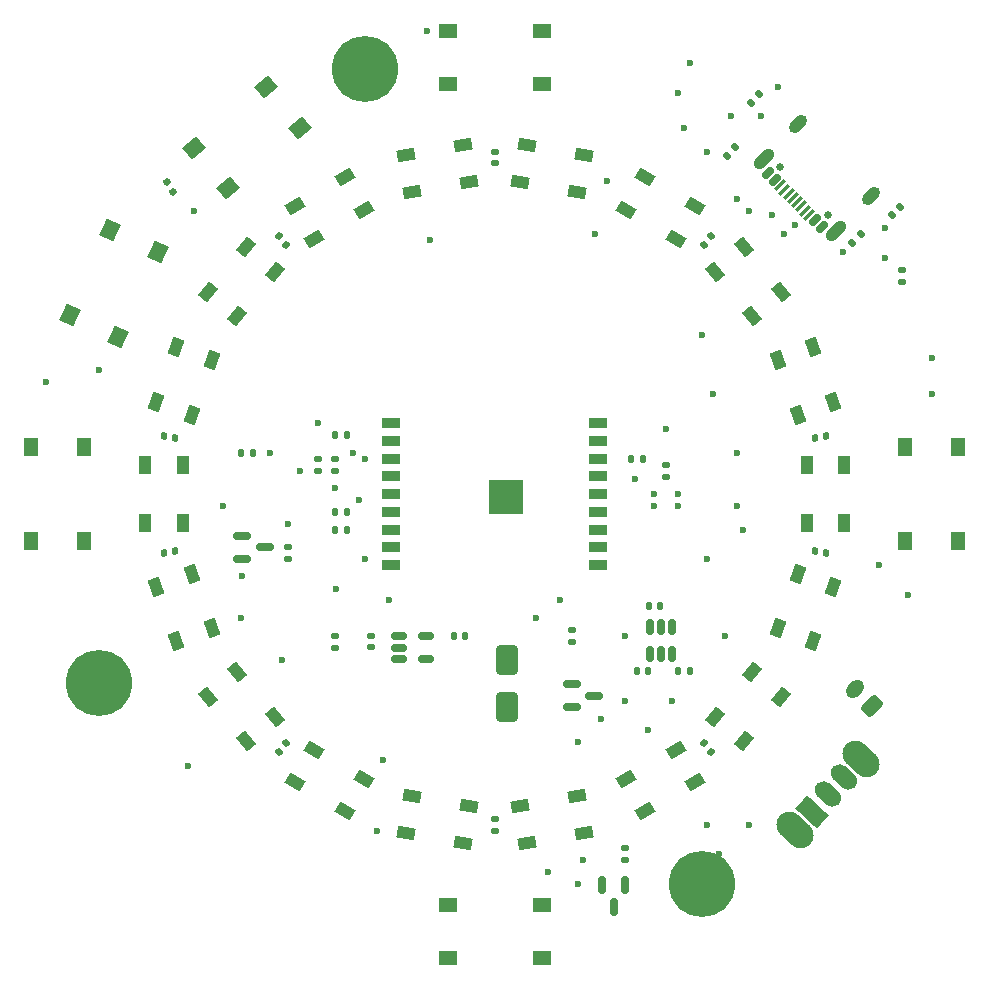
<source format=gts>
G04 #@! TF.GenerationSoftware,KiCad,Pcbnew,9.0.0*
G04 #@! TF.CreationDate,2025-03-23T20:11:35+01:00*
G04 #@! TF.ProjectId,PCB Board,50434220-426f-4617-9264-2e6b69636164,rev?*
G04 #@! TF.SameCoordinates,Original*
G04 #@! TF.FileFunction,Soldermask,Top*
G04 #@! TF.FilePolarity,Negative*
%FSLAX46Y46*%
G04 Gerber Fmt 4.6, Leading zero omitted, Abs format (unit mm)*
G04 Created by KiCad (PCBNEW 9.0.0) date 2025-03-23 20:11:35*
%MOMM*%
%LPD*%
G01*
G04 APERTURE LIST*
G04 Aperture macros list*
%AMRoundRect*
0 Rectangle with rounded corners*
0 $1 Rounding radius*
0 $2 $3 $4 $5 $6 $7 $8 $9 X,Y pos of 4 corners*
0 Add a 4 corners polygon primitive as box body*
4,1,4,$2,$3,$4,$5,$6,$7,$8,$9,$2,$3,0*
0 Add four circle primitives for the rounded corners*
1,1,$1+$1,$2,$3*
1,1,$1+$1,$4,$5*
1,1,$1+$1,$6,$7*
1,1,$1+$1,$8,$9*
0 Add four rect primitives between the rounded corners*
20,1,$1+$1,$2,$3,$4,$5,0*
20,1,$1+$1,$4,$5,$6,$7,0*
20,1,$1+$1,$6,$7,$8,$9,0*
20,1,$1+$1,$8,$9,$2,$3,0*%
%AMHorizOval*
0 Thick line with rounded ends*
0 $1 width*
0 $2 $3 position (X,Y) of the first rounded end (center of the circle)*
0 $4 $5 position (X,Y) of the second rounded end (center of the circle)*
0 Add line between two ends*
20,1,$1,$2,$3,$4,$5,0*
0 Add two circle primitives to create the rounded ends*
1,1,$1,$2,$3*
1,1,$1,$4,$5*%
%AMRotRect*
0 Rectangle, with rotation*
0 The origin of the aperture is its center*
0 $1 length*
0 $2 width*
0 $3 Rotation angle, in degrees counterclockwise*
0 Add horizontal line*
21,1,$1,$2,0,0,$3*%
G04 Aperture macros list end*
%ADD10RoundRect,0.140000X0.040237X-0.216520X0.220218X-0.002028X-0.040237X0.216520X-0.220218X0.002028X0*%
%ADD11RoundRect,0.135000X0.035355X-0.226274X0.226274X-0.035355X-0.035355X0.226274X-0.226274X0.035355X0*%
%ADD12RoundRect,0.135000X0.185000X-0.135000X0.185000X0.135000X-0.185000X0.135000X-0.185000X-0.135000X0*%
%ADD13RoundRect,0.140000X0.108353X0.191728X-0.167393X0.143107X-0.108353X-0.191728X0.167393X-0.143107X0*%
%ADD14RotRect,1.500000X1.000000X30.000000*%
%ADD15RoundRect,0.135000X-0.035355X0.226274X-0.226274X0.035355X0.035355X-0.226274X0.226274X-0.035355X0*%
%ADD16R,1.300000X1.550000*%
%ADD17RoundRect,0.135000X0.135000X0.185000X-0.135000X0.185000X-0.135000X-0.185000X0.135000X-0.185000X0*%
%ADD18RoundRect,0.250000X0.650000X-1.000000X0.650000X1.000000X-0.650000X1.000000X-0.650000X-1.000000X0*%
%ADD19RoundRect,0.135000X-0.185000X0.135000X-0.185000X-0.135000X0.185000X-0.135000X0.185000X0.135000X0*%
%ADD20RoundRect,0.140000X0.170000X-0.140000X0.170000X0.140000X-0.170000X0.140000X-0.170000X-0.140000X0*%
%ADD21RoundRect,0.140000X-0.167393X-0.143107X0.108353X-0.191728X0.167393X0.143107X-0.108353X0.191728X0*%
%ADD22RotRect,1.500000X1.000000X150.000000*%
%ADD23RotRect,1.500000X1.000000X130.000000*%
%ADD24RoundRect,0.150000X-0.587500X-0.150000X0.587500X-0.150000X0.587500X0.150000X-0.587500X0.150000X0*%
%ADD25C,3.600000*%
%ADD26C,5.600000*%
%ADD27RoundRect,0.140000X-0.170000X0.140000X-0.170000X-0.140000X0.170000X-0.140000X0.170000X0.140000X0*%
%ADD28RoundRect,0.140000X0.167393X0.143107X-0.108353X0.191728X-0.167393X-0.143107X0.108353X-0.191728X0*%
%ADD29RoundRect,0.135000X-0.135000X-0.185000X0.135000X-0.185000X0.135000X0.185000X-0.135000X0.185000X0*%
%ADD30RotRect,1.500000X1.000000X230.000000*%
%ADD31RotRect,1.500000X1.000000X110.000000*%
%ADD32RotRect,1.500000X1.000000X290.000000*%
%ADD33RotRect,1.550000X1.300000X220.000000*%
%ADD34RoundRect,0.250000X0.689429X0.194454X0.194454X0.689429X-0.689429X-0.194454X-0.194454X-0.689429X0*%
%ADD35HorizOval,1.200000X0.194454X0.194454X-0.194454X-0.194454X0*%
%ADD36RotRect,1.500000X1.000000X170.000000*%
%ADD37R,1.500000X0.900000*%
%ADD38C,0.600000*%
%ADD39R,2.900000X2.900000*%
%ADD40RotRect,1.500000X1.000000X250.000000*%
%ADD41RotRect,1.500000X1.000000X50.000000*%
%ADD42RoundRect,0.140000X-0.220218X-0.002028X-0.040237X-0.216520X0.220218X0.002028X0.040237X0.216520X0*%
%ADD43R,1.550000X1.300000*%
%ADD44RoundRect,0.150000X-0.150000X0.512500X-0.150000X-0.512500X0.150000X-0.512500X0.150000X0.512500X0*%
%ADD45RoundRect,0.140000X-0.140000X-0.170000X0.140000X-0.170000X0.140000X0.170000X-0.140000X0.170000X0*%
%ADD46RoundRect,0.140000X-0.040237X0.216520X-0.220218X0.002028X0.040237X-0.216520X0.220218X-0.002028X0*%
%ADD47HorizOval,2.200000X-0.475380X0.443299X0.475380X-0.443299X0*%
%ADD48RotRect,1.500000X2.500000X47.000000*%
%ADD49HorizOval,1.500000X-0.365677X0.340999X0.365677X-0.340999X0*%
%ADD50RoundRect,0.150000X-0.512500X-0.150000X0.512500X-0.150000X0.512500X0.150000X-0.512500X0.150000X0*%
%ADD51RoundRect,0.147500X0.017678X-0.226274X0.226274X-0.017678X-0.017678X0.226274X-0.226274X0.017678X0*%
%ADD52RoundRect,0.140000X-0.219557X0.017173X-0.058955X-0.212189X0.219557X-0.017173X0.058955X0.212189X0*%
%ADD53RotRect,1.500000X1.000000X10.000000*%
%ADD54C,0.650000*%
%ADD55RoundRect,0.150000X0.406586X0.194454X0.194454X0.406586X-0.406586X-0.194454X-0.194454X-0.406586X0*%
%ADD56RoundRect,0.075000X0.406586X0.300520X0.300520X0.406586X-0.406586X-0.300520X-0.300520X-0.406586X0*%
%ADD57HorizOval,1.000000X0.388909X0.388909X-0.388909X-0.388909X0*%
%ADD58HorizOval,1.000000X0.282843X0.282843X-0.282843X-0.282843X0*%
%ADD59RotRect,1.500000X1.000000X190.000000*%
%ADD60RotRect,1.500000X1.000000X350.000000*%
%ADD61RoundRect,0.150000X-0.150000X0.587500X-0.150000X-0.587500X0.150000X-0.587500X0.150000X0.587500X0*%
%ADD62RoundRect,0.140000X0.140000X0.170000X-0.140000X0.170000X-0.140000X-0.170000X0.140000X-0.170000X0*%
%ADD63RoundRect,0.140000X0.220218X0.002028X0.040237X0.216520X-0.220218X-0.002028X-0.040237X-0.216520X0*%
%ADD64RotRect,1.500000X1.000000X70.000000*%
%ADD65RotRect,1.500000X1.000000X210.000000*%
%ADD66R,1.000000X1.500000*%
%ADD67RotRect,1.500000X1.000000X330.000000*%
%ADD68RotRect,1.550000X1.300000X65.000000*%
%ADD69RoundRect,0.140000X-0.108353X-0.191728X0.167393X-0.143107X0.108353X0.191728X-0.167393X0.143107X0*%
%ADD70RotRect,1.500000X1.000000X310.000000*%
G04 APERTURE END LIST*
D10*
X46293409Y-85716945D03*
X46910485Y-84981543D03*
D11*
X94878752Y-42621248D03*
X95600000Y-41900000D03*
D12*
X79090000Y-62410000D03*
X79090000Y-61390000D03*
D13*
X92647324Y-58954500D03*
X91701910Y-59121202D03*
D14*
X53521762Y-39811930D03*
X51921762Y-37040648D03*
X47678238Y-39490648D03*
X49278238Y-42261930D03*
D15*
X84960624Y-34539376D03*
X84239376Y-35260624D03*
D16*
X25350000Y-67880000D03*
X25350000Y-59920000D03*
X29850000Y-67880000D03*
X29850000Y-59920000D03*
D17*
X77110000Y-60900000D03*
X76090000Y-60900000D03*
D18*
X65600000Y-81900000D03*
X65600000Y-77900000D03*
D19*
X99100000Y-44890000D03*
X99100000Y-45910000D03*
D20*
X64600000Y-92380000D03*
X64600000Y-91420000D03*
D21*
X36552675Y-58954500D03*
X37498091Y-59121202D03*
D22*
X49278238Y-85538070D03*
X47678238Y-88309352D03*
X51921762Y-90759352D03*
X53521762Y-87988070D03*
D23*
X42801597Y-78992784D03*
X40350255Y-81049704D03*
X43499915Y-84803322D03*
X45951257Y-82746402D03*
D24*
X43225000Y-67450000D03*
X43225000Y-69350000D03*
X45100000Y-68400000D03*
D25*
X31100000Y-79900000D03*
D26*
X31100000Y-79900000D03*
D27*
X64620000Y-34920000D03*
X64620000Y-35880000D03*
D19*
X51100000Y-60890000D03*
X51100000Y-61910000D03*
D28*
X92647325Y-68845500D03*
X91701909Y-68678798D03*
D29*
X51090000Y-66900000D03*
X52110000Y-66900000D03*
D30*
X83248743Y-82746402D03*
X85700085Y-84803322D03*
X88849745Y-81049704D03*
X86398403Y-78992784D03*
D31*
X38954166Y-70627084D03*
X35947149Y-71721550D03*
X37623048Y-76326044D03*
X40630065Y-75231578D03*
D32*
X90245834Y-57172916D03*
X93252851Y-56078450D03*
X91576952Y-51473956D03*
X88569935Y-52568422D03*
D12*
X47100000Y-69410000D03*
X47100000Y-68390000D03*
D33*
X48095129Y-32900000D03*
X41997415Y-38016590D03*
X45202585Y-29452800D03*
X39104871Y-34569390D03*
D16*
X103850000Y-59920000D03*
X103850000Y-67880000D03*
X99350000Y-59920000D03*
X99350000Y-67880000D03*
D34*
X96514214Y-81814214D03*
D35*
X95100000Y-80400000D03*
D36*
X57602909Y-89473486D03*
X57047235Y-92624872D03*
X61872793Y-93475748D03*
X62428467Y-90324362D03*
D37*
X55850000Y-57900000D03*
X55850000Y-59400000D03*
X55850000Y-60900000D03*
X55850000Y-62400000D03*
X55850000Y-63900000D03*
X55850000Y-65400000D03*
X55850000Y-66900000D03*
X55850000Y-68400000D03*
X55850000Y-69900000D03*
X73350000Y-69900000D03*
X73350000Y-68400000D03*
X73350000Y-66900000D03*
X73350000Y-65400000D03*
X73350000Y-63900000D03*
X73350000Y-62400000D03*
X73350000Y-60900000D03*
X73350000Y-59400000D03*
X73350000Y-57900000D03*
D38*
X64460000Y-63550000D03*
X64460000Y-64650000D03*
X65010000Y-63000000D03*
X65010000Y-64100000D03*
X65010000Y-65200000D03*
X65560000Y-63550000D03*
D39*
X65560000Y-64100000D03*
D38*
X65560000Y-64650000D03*
X66110000Y-63000000D03*
X66110000Y-64100000D03*
X66110000Y-65200000D03*
X66660000Y-63550000D03*
X66660000Y-64650000D03*
D40*
X88569935Y-75231579D03*
X91576951Y-76326043D03*
X93252851Y-71721549D03*
X90245835Y-70627085D03*
D24*
X71100000Y-80000000D03*
X71100000Y-81900000D03*
X72975000Y-80950000D03*
D17*
X52110000Y-58900000D03*
X51090000Y-58900000D03*
D41*
X45951257Y-45053598D03*
X43499915Y-42996678D03*
X40350255Y-46750296D03*
X42801597Y-48807216D03*
D42*
X46293409Y-42083055D03*
X46910485Y-42818457D03*
D43*
X68580000Y-103150000D03*
X60620000Y-103150000D03*
X68580000Y-98650000D03*
X60620000Y-98650000D03*
D44*
X79600000Y-75125000D03*
X78650000Y-75125000D03*
X77700000Y-75125000D03*
X77700000Y-77400000D03*
X78650000Y-77400000D03*
X79600000Y-77400000D03*
D45*
X61140000Y-75900000D03*
X62100000Y-75900000D03*
D25*
X82100000Y-96900000D03*
D26*
X82100000Y-96900000D03*
D12*
X49600000Y-61910000D03*
X49600000Y-60890000D03*
D46*
X82906591Y-42083055D03*
X82289515Y-42818457D03*
D20*
X54100000Y-76880000D03*
X54100000Y-75920000D03*
D47*
X90037862Y-92305900D03*
X95630248Y-86308800D03*
D48*
X91470058Y-90770058D03*
D49*
X92834054Y-89307349D03*
X94198051Y-87844643D03*
D50*
X56462500Y-75950000D03*
X56462500Y-76900000D03*
X56462500Y-77850000D03*
X58737500Y-77850000D03*
X58737500Y-75950000D03*
D51*
X86257053Y-30742947D03*
X86942947Y-30057053D03*
D52*
X36824683Y-37506807D03*
X37375317Y-38293193D03*
D53*
X62428467Y-37475637D03*
X61872793Y-34324253D03*
X57047235Y-35175129D03*
X57602909Y-38326513D03*
D12*
X51100000Y-76910000D03*
X51100000Y-75890000D03*
D54*
X92801525Y-40285552D03*
X88714448Y-36198475D03*
D55*
X92260589Y-41264895D03*
X91694903Y-40699209D03*
D56*
X90881731Y-39886036D03*
X90174624Y-39178930D03*
X89821070Y-38825376D03*
X89113964Y-38118269D03*
D55*
X88300791Y-37305097D03*
X87735105Y-36739411D03*
X87735105Y-36739411D03*
X88300791Y-37305097D03*
D56*
X88760410Y-37764716D03*
X89467517Y-38471823D03*
X90528177Y-39532483D03*
X91235284Y-40239590D03*
D55*
X91694903Y-40699209D03*
X92260589Y-41264895D03*
D57*
X93459135Y-41650268D03*
D58*
X96414841Y-38694562D03*
D57*
X87349732Y-35540865D03*
D58*
X90305438Y-32585159D03*
D17*
X81100000Y-78900000D03*
X80080000Y-78900000D03*
D45*
X77640000Y-73400000D03*
X78600000Y-73400000D03*
D19*
X75600000Y-93890000D03*
X75600000Y-94910000D03*
D59*
X66771533Y-90324363D03*
X67327207Y-93475747D03*
X72152765Y-92624871D03*
X71597091Y-89473487D03*
D60*
X71597091Y-38326513D03*
X72152765Y-35175129D03*
X67327207Y-34324253D03*
X66771533Y-37475637D03*
D29*
X51080000Y-65400000D03*
X52100000Y-65400000D03*
D61*
X75600000Y-96962500D03*
X73700000Y-96962500D03*
X74650000Y-98837500D03*
D62*
X77600000Y-78900000D03*
X76640000Y-78900000D03*
D63*
X82906591Y-85716945D03*
X82289515Y-84981543D03*
D64*
X40630065Y-52568421D03*
X37623048Y-51473957D03*
X35947149Y-56078451D03*
X38954166Y-57172915D03*
D65*
X75678238Y-87988070D03*
X77278238Y-90759352D03*
X81521762Y-88309352D03*
X79921762Y-85538070D03*
D66*
X38200000Y-61450000D03*
X35000000Y-61450000D03*
X35000000Y-66350000D03*
X38200000Y-66350000D03*
D17*
X44100000Y-60400000D03*
X43080000Y-60400000D03*
D25*
X53600000Y-27900000D03*
D26*
X53600000Y-27900000D03*
D12*
X71100000Y-76410000D03*
X71100000Y-75390000D03*
D51*
X98257053Y-40242947D03*
X98942947Y-39557053D03*
D66*
X91000000Y-66350000D03*
X94200000Y-66350000D03*
X94200000Y-61450000D03*
X91000000Y-61450000D03*
D67*
X79921762Y-42261930D03*
X81521762Y-39490648D03*
X77278238Y-37040648D03*
X75678238Y-39811930D03*
D68*
X28657576Y-48712428D03*
X32021616Y-41498218D03*
X32735960Y-50614210D03*
X36100000Y-43400000D03*
D69*
X36552675Y-68845500D03*
X37498091Y-68678798D03*
D43*
X60620000Y-24650000D03*
X68580000Y-24650000D03*
X60620000Y-29150000D03*
X68580000Y-29150000D03*
D70*
X86398403Y-48807216D03*
X88849745Y-46750296D03*
X85700085Y-42996678D03*
X83248743Y-45053598D03*
D38*
X82100000Y-50400000D03*
X59100000Y-42400000D03*
X75600000Y-81400000D03*
X74100000Y-37400000D03*
X73100000Y-41900000D03*
X38600000Y-86900000D03*
X48100000Y-61900000D03*
X72100000Y-94900000D03*
X58850000Y-24650000D03*
X88600000Y-29400000D03*
X83600000Y-94400000D03*
X101600000Y-52400000D03*
X53600000Y-60900000D03*
X84600000Y-31900000D03*
X76432216Y-62623429D03*
X41600000Y-64900000D03*
X81100000Y-27400000D03*
X26600000Y-54400000D03*
X52600000Y-60400000D03*
X39100000Y-39900000D03*
X55643750Y-72856250D03*
X79100000Y-58400000D03*
X49600000Y-57900000D03*
X51130000Y-71940000D03*
X77600000Y-83900000D03*
X71600000Y-84900000D03*
X101600000Y-55400000D03*
X68100000Y-74400000D03*
X82600000Y-91900000D03*
X99600000Y-72400000D03*
X73600000Y-82900000D03*
X71600000Y-96900000D03*
X70100000Y-72900000D03*
X75600000Y-75900000D03*
X51100000Y-63400000D03*
X85600000Y-66900000D03*
X97600000Y-41400000D03*
X87100000Y-31900000D03*
X97600000Y-43900000D03*
X80100000Y-29900000D03*
X84100000Y-75900000D03*
X83100000Y-55400000D03*
X79600000Y-81400000D03*
X78100000Y-64900000D03*
X80100000Y-64900000D03*
X88100000Y-40300000D03*
X85100000Y-64900000D03*
X89100000Y-41900000D03*
X80100000Y-63900000D03*
X86100000Y-39900000D03*
X78100000Y-63900000D03*
X85100000Y-60400000D03*
X85100000Y-38900000D03*
X82600000Y-34900000D03*
X90002276Y-41100000D03*
X94100000Y-43400000D03*
X43216322Y-70822633D03*
X53100000Y-64400000D03*
X97100000Y-69900000D03*
X69100000Y-95900000D03*
X80600000Y-32900000D03*
X82600000Y-69400000D03*
X31100000Y-53400000D03*
X53600000Y-69400000D03*
X46600000Y-77900000D03*
X43100000Y-74400000D03*
X55100000Y-86400000D03*
X54600000Y-92400000D03*
X45600000Y-60400000D03*
X47100000Y-66400000D03*
X86100000Y-91900000D03*
M02*

</source>
